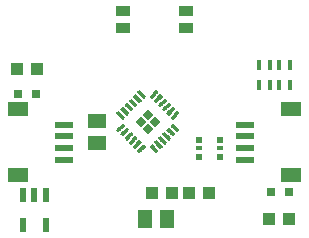
<source format=gbr>
G04 EAGLE Gerber RS-274X export*
G75*
%MOMM*%
%FSLAX34Y34*%
%LPD*%
%INSolderpaste Top*%
%IPPOS*%
%AMOC8*
5,1,8,0,0,1.08239X$1,22.5*%
G01*
%ADD10C,0.140000*%
%ADD11R,0.650000X0.650000*%
%ADD12R,1.075000X1.000000*%
%ADD13R,1.500000X1.240000*%
%ADD14R,0.550000X1.200000*%
%ADD15R,1.240000X1.500000*%
%ADD16R,0.450000X0.900000*%
%ADD17R,0.500000X0.500000*%
%ADD18R,0.500000X0.400000*%
%ADD19R,1.550000X0.600000*%
%ADD20R,1.800000X1.200000*%
%ADD21R,0.800000X0.800000*%
%ADD22R,1.200000X0.900000*%


D10*
X147221Y151667D02*
X142555Y147001D01*
X141565Y147991D01*
X146231Y152657D01*
X147221Y151667D01*
X143885Y148331D02*
X141905Y148331D01*
X143235Y149661D02*
X145215Y149661D01*
X144565Y150991D02*
X146545Y150991D01*
X146567Y152321D02*
X145895Y152321D01*
X143685Y155203D02*
X139019Y150537D01*
X138029Y151527D01*
X142695Y156193D01*
X143685Y155203D01*
X140349Y151867D02*
X138369Y151867D01*
X139699Y153197D02*
X141679Y153197D01*
X141029Y154527D02*
X143009Y154527D01*
X143031Y155857D02*
X142359Y155857D01*
X140150Y158738D02*
X135484Y154072D01*
X134494Y155062D01*
X139160Y159728D01*
X140150Y158738D01*
X136814Y155402D02*
X134834Y155402D01*
X136164Y156732D02*
X138144Y156732D01*
X137494Y158062D02*
X139474Y158062D01*
X139496Y159392D02*
X138824Y159392D01*
X136614Y162274D02*
X131948Y157608D01*
X130958Y158598D01*
X135624Y163264D01*
X136614Y162274D01*
X133278Y158938D02*
X131298Y158938D01*
X132628Y160268D02*
X134608Y160268D01*
X133958Y161598D02*
X135938Y161598D01*
X135960Y162928D02*
X135288Y162928D01*
X133079Y165809D02*
X128413Y161143D01*
X127423Y162133D01*
X132089Y166799D01*
X133079Y165809D01*
X129743Y162473D02*
X127763Y162473D01*
X129093Y163803D02*
X131073Y163803D01*
X130423Y165133D02*
X132403Y165133D01*
X132425Y166463D02*
X131753Y166463D01*
X129543Y169345D02*
X124877Y164679D01*
X123887Y165669D01*
X128553Y170335D01*
X129543Y169345D01*
X126207Y166009D02*
X124227Y166009D01*
X125557Y167339D02*
X127537Y167339D01*
X126887Y168669D02*
X128867Y168669D01*
X128889Y169999D02*
X128217Y169999D01*
X117947Y164679D02*
X113281Y169345D01*
X114271Y170335D01*
X118937Y165669D01*
X117947Y164679D01*
X118597Y166009D02*
X116617Y166009D01*
X117267Y167339D02*
X115287Y167339D01*
X115937Y168669D02*
X113957Y168669D01*
X113935Y169999D02*
X114607Y169999D01*
X109745Y165809D02*
X114411Y161143D01*
X109745Y165809D02*
X110735Y166799D01*
X115401Y162133D01*
X114411Y161143D01*
X115061Y162473D02*
X113081Y162473D01*
X113731Y163803D02*
X111751Y163803D01*
X112401Y165133D02*
X110421Y165133D01*
X110399Y166463D02*
X111071Y166463D01*
X106210Y162274D02*
X110876Y157608D01*
X106210Y162274D02*
X107200Y163264D01*
X111866Y158598D01*
X110876Y157608D01*
X111526Y158938D02*
X109546Y158938D01*
X110196Y160268D02*
X108216Y160268D01*
X108866Y161598D02*
X106886Y161598D01*
X106864Y162928D02*
X107536Y162928D01*
X102674Y158738D02*
X107340Y154072D01*
X102674Y158738D02*
X103664Y159728D01*
X108330Y155062D01*
X107340Y154072D01*
X107990Y155402D02*
X106010Y155402D01*
X106660Y156732D02*
X104680Y156732D01*
X105330Y158062D02*
X103350Y158062D01*
X103328Y159392D02*
X104000Y159392D01*
X99139Y155203D02*
X103805Y150537D01*
X99139Y155203D02*
X100129Y156193D01*
X104795Y151527D01*
X103805Y150537D01*
X104455Y151867D02*
X102475Y151867D01*
X103125Y153197D02*
X101145Y153197D01*
X101795Y154527D02*
X99815Y154527D01*
X99793Y155857D02*
X100465Y155857D01*
X95603Y151667D02*
X100269Y147001D01*
X95603Y151667D02*
X96593Y152657D01*
X101259Y147991D01*
X100269Y147001D01*
X100919Y148331D02*
X98939Y148331D01*
X99589Y149661D02*
X97609Y149661D01*
X98259Y150991D02*
X96279Y150991D01*
X96257Y152321D02*
X96929Y152321D01*
X100269Y142051D02*
X95603Y137385D01*
X100269Y142051D02*
X101259Y141061D01*
X96593Y136395D01*
X95603Y137385D01*
X95943Y137725D02*
X97923Y137725D01*
X97273Y139055D02*
X99253Y139055D01*
X98603Y140385D02*
X100583Y140385D01*
X100605Y141715D02*
X99933Y141715D01*
X103805Y138515D02*
X99139Y133849D01*
X103805Y138515D02*
X104795Y137525D01*
X100129Y132859D01*
X99139Y133849D01*
X99479Y134189D02*
X101459Y134189D01*
X100809Y135519D02*
X102789Y135519D01*
X102139Y136849D02*
X104119Y136849D01*
X104141Y138179D02*
X103469Y138179D01*
X107340Y134980D02*
X102674Y130314D01*
X107340Y134980D02*
X108330Y133990D01*
X103664Y129324D01*
X102674Y130314D01*
X103014Y130654D02*
X104994Y130654D01*
X104344Y131984D02*
X106324Y131984D01*
X105674Y133314D02*
X107654Y133314D01*
X107676Y134644D02*
X107004Y134644D01*
X110876Y131444D02*
X106210Y126778D01*
X110876Y131444D02*
X111866Y130454D01*
X107200Y125788D01*
X106210Y126778D01*
X106550Y127118D02*
X108530Y127118D01*
X107880Y128448D02*
X109860Y128448D01*
X109210Y129778D02*
X111190Y129778D01*
X111212Y131108D02*
X110540Y131108D01*
X114411Y127909D02*
X109745Y123243D01*
X114411Y127909D02*
X115401Y126919D01*
X110735Y122253D01*
X109745Y123243D01*
X110085Y123583D02*
X112065Y123583D01*
X111415Y124913D02*
X113395Y124913D01*
X112745Y126243D02*
X114725Y126243D01*
X114747Y127573D02*
X114075Y127573D01*
X117947Y124373D02*
X113281Y119707D01*
X117947Y124373D02*
X118937Y123383D01*
X114271Y118717D01*
X113281Y119707D01*
X113621Y120047D02*
X115601Y120047D01*
X114951Y121377D02*
X116931Y121377D01*
X116281Y122707D02*
X118261Y122707D01*
X118283Y124037D02*
X117611Y124037D01*
X124877Y124373D02*
X129543Y119707D01*
X128553Y118717D01*
X123887Y123383D01*
X124877Y124373D01*
X127223Y120047D02*
X129203Y120047D01*
X127873Y121377D02*
X125893Y121377D01*
X126543Y122707D02*
X124563Y122707D01*
X124541Y124037D02*
X125213Y124037D01*
X128413Y127909D02*
X133079Y123243D01*
X132089Y122253D01*
X127423Y126919D01*
X128413Y127909D01*
X130759Y123583D02*
X132739Y123583D01*
X131409Y124913D02*
X129429Y124913D01*
X130079Y126243D02*
X128099Y126243D01*
X128077Y127573D02*
X128749Y127573D01*
X131948Y131444D02*
X136614Y126778D01*
X135624Y125788D01*
X130958Y130454D01*
X131948Y131444D01*
X134294Y127118D02*
X136274Y127118D01*
X134944Y128448D02*
X132964Y128448D01*
X133614Y129778D02*
X131634Y129778D01*
X131612Y131108D02*
X132284Y131108D01*
X135484Y134980D02*
X140150Y130314D01*
X139160Y129324D01*
X134494Y133990D01*
X135484Y134980D01*
X137830Y130654D02*
X139810Y130654D01*
X138480Y131984D02*
X136500Y131984D01*
X137150Y133314D02*
X135170Y133314D01*
X135148Y134644D02*
X135820Y134644D01*
X139019Y138515D02*
X143685Y133849D01*
X142695Y132859D01*
X138029Y137525D01*
X139019Y138515D01*
X141365Y134189D02*
X143345Y134189D01*
X142015Y135519D02*
X140035Y135519D01*
X140685Y136849D02*
X138705Y136849D01*
X138683Y138179D02*
X139355Y138179D01*
X142555Y142051D02*
X147221Y137385D01*
X146231Y136395D01*
X141565Y141061D01*
X142555Y142051D01*
X144901Y137725D02*
X146881Y137725D01*
X145551Y139055D02*
X143571Y139055D01*
X144221Y140385D02*
X142241Y140385D01*
X142219Y141715D02*
X142891Y141715D01*
D11*
G36*
X116816Y138516D02*
X121412Y143112D01*
X126008Y138516D01*
X121412Y133920D01*
X116816Y138516D01*
G37*
G36*
X110806Y144526D02*
X115402Y149122D01*
X119998Y144526D01*
X115402Y139930D01*
X110806Y144526D01*
G37*
G36*
X122826Y144526D02*
X127422Y149122D01*
X132018Y144526D01*
X127422Y139930D01*
X122826Y144526D01*
G37*
G36*
X116816Y150536D02*
X121412Y155132D01*
X126008Y150536D01*
X121412Y145940D01*
X116816Y150536D01*
G37*
D12*
X125358Y84328D03*
X142358Y84328D03*
D13*
X78740Y126390D03*
X78740Y145390D03*
D14*
X34900Y82851D03*
X25400Y82851D03*
X15900Y82851D03*
X15900Y56849D03*
X34900Y56849D03*
D15*
X137770Y62230D03*
X118770Y62230D03*
D12*
X156600Y83820D03*
X173600Y83820D03*
D16*
X241600Y175650D03*
X241600Y192650D03*
X232600Y175650D03*
X224600Y175650D03*
X215600Y175650D03*
X215600Y192650D03*
X232600Y192650D03*
X224600Y192650D03*
D17*
X164990Y129420D03*
D18*
X164990Y121920D03*
D17*
X164990Y114420D03*
X182990Y114420D03*
D18*
X182990Y121920D03*
D17*
X182990Y129420D03*
D19*
X203460Y122000D03*
X203460Y132000D03*
X203460Y112000D03*
X203460Y142000D03*
D20*
X242460Y99000D03*
X242460Y155000D03*
D19*
X50540Y132000D03*
X50540Y122000D03*
X50540Y142000D03*
X50540Y112000D03*
D20*
X11540Y155000D03*
X11540Y99000D03*
D21*
X226180Y85090D03*
X241180Y85090D03*
D12*
X223910Y62230D03*
X240910Y62230D03*
D21*
X26550Y167640D03*
X11550Y167640D03*
D12*
X27550Y189230D03*
X10550Y189230D03*
D22*
X100500Y223640D03*
X100500Y238640D03*
X153500Y223640D03*
X153500Y238640D03*
M02*

</source>
